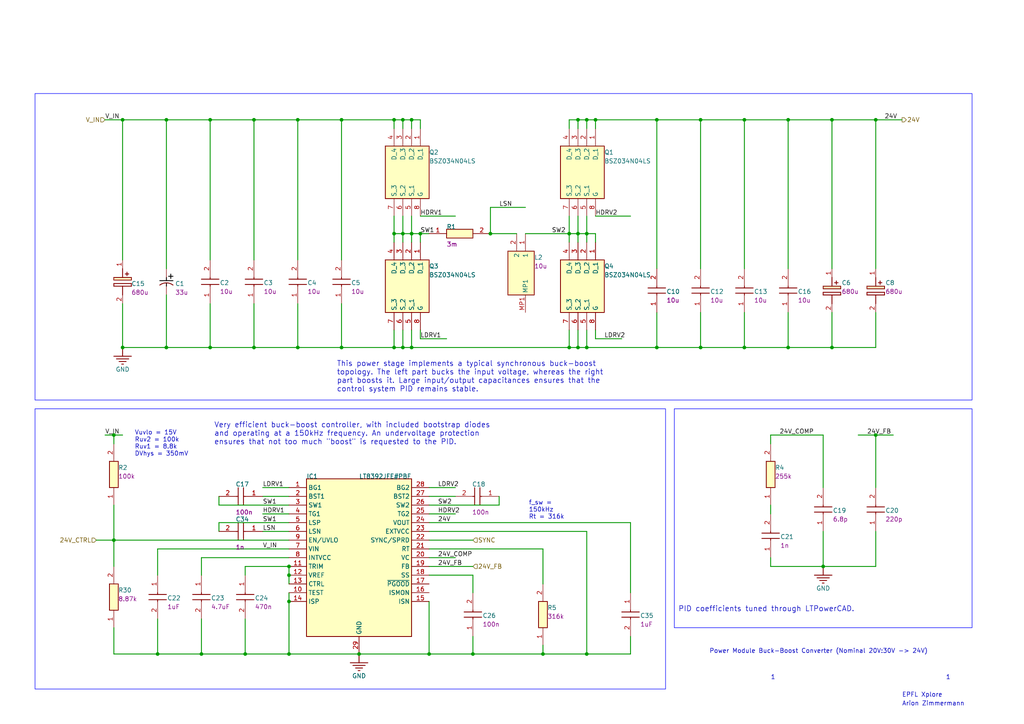
<source format=kicad_sch>
(kicad_sch (version 20230121) (generator eeschema)
  (paper "A4")
  (junction (at 190.5 100.7872))
  (junction (at 119.38 100.7872))
  (junction (at 215.9 34.7472))
  (junction (at 83.82 166.8272))
  (junction (at 48.26 100.7872))
  (junction (at 119.38 67.7672))
  (junction (at 73.66 34.7472))
  (junction (at 99.06 100.7872))
  (junction (at 119.38 34.7472))
  (junction (at 71.12 189.6872))
  (junction (at 203.2 34.7472))
  (junction (at 114.3 67.7672))
  (junction (at 241.3 34.7472))
  (junction (at 137.16 189.6872))
  (junction (at 116.84 67.7672))
  (junction (at 104.14 189.6872))
  (junction (at 114.3 100.7872))
  (junction (at 254 34.7472))
  (junction (at 203.2 100.7872))
  (junction (at 33.02 126.1872))
  (junction (at 73.66 100.7872))
  (junction (at 45.72 189.6872))
  (junction (at 228.6 34.7472))
  (junction (at 157.48 189.6872))
  (junction (at 48.26 34.7472))
  (junction (at 142.24 67.7672))
  (junction (at 167.64 67.7672))
  (junction (at 190.5 34.7472))
  (junction (at 121.92 67.7672))
  (junction (at 254 126.1872))
  (junction (at 167.64 100.7872))
  (junction (at 83.82 164.2872))
  (junction (at 116.84 34.7472))
  (junction (at 165.1 67.7672))
  (junction (at 170.18 34.7472))
  (junction (at 60.96 100.7872))
  (junction (at 35.56 100.7872))
  (junction (at 35.56 34.7472))
  (junction (at 172.72 34.7472))
  (junction (at 215.9 100.7872))
  (junction (at 170.18 189.6872))
  (junction (at 33.02 156.6672))
  (junction (at 228.6 100.7872))
  (junction (at 116.84 100.7872))
  (junction (at 167.64 34.7472))
  (junction (at 241.3 100.7872))
  (junction (at 124.46 189.6872))
  (junction (at 114.3 34.7472))
  (junction (at 60.96 34.7472))
  (junction (at 170.18 67.7672))
  (junction (at 170.18 100.7872))
  (junction (at 99.06 34.7472))
  (junction (at 86.36 34.7472))
  (junction (at 83.82 174.4472))
  (junction (at 238.76 164.2872))
  (junction (at 58.42 189.6872))
  (junction (at 165.1 100.7872))
  (junction (at 83.82 189.6872))
  (junction (at 86.36 100.7872))
  (wire (pts (xy 86.36 100.7872) (xy 99.06 100.7872)) (stroke (width 0.254)))
  (wire (pts (xy 83.82 171.9072) (xy 83.82 174.4472)) (stroke (width 0.254)))
  (wire (pts (xy 241.3 34.7472) (xy 254 34.7472)) (stroke (width 0.254)))
  (wire (pts (xy 71.12 189.6872) (xy 83.82 189.6872)) (stroke (width 0.254)))
  (wire (pts (xy 83.82 174.4472) (xy 83.82 189.6872)) (stroke (width 0.254)))
  (wire (pts (xy 167.64 100.7872) (xy 170.18 100.7872)) (stroke (width 0.254)))
  (wire (pts (xy 167.64 34.7472) (xy 170.18 34.7472)) (stroke (width 0.254)))
  (wire (pts (xy 119.38 67.7672) (xy 116.84 67.7672)) (stroke (width 0.254)))
  (wire (pts (xy 119.38 67.7672) (xy 121.92 67.7672)) (stroke (width 0.254)))
  (wire (pts (xy 254 126.1872) (xy 259.08 126.1872)) (stroke (width 0.254)))
  (wire (pts (xy 254 34.7472) (xy 261.62 34.7472)) (stroke (width 0.254)))
  (wire (pts (xy 27.94 156.6672) (xy 33.02 156.6672)) (stroke (width 0.254)))
  (wire (pts (xy 170.18 189.6872) (xy 170.18 154.1272)) (stroke (width 0.254)))
  (wire (pts (xy 238.76 126.1872) (xy 238.76 141.4272)) (stroke (width 0.254)))
  (wire (pts (xy 48.26 100.7872) (xy 60.96 100.7872)) (stroke (width 0.254)))
  (wire (pts (xy 116.84 67.7672) (xy 116.84 70.3072)) (stroke (width 0.254)))
  (wire (pts (xy 86.36 34.7472) (xy 86.36 75.3872)) (stroke (width 0.254)))
  (wire (pts (xy 121.92 67.7672) (xy 124.46 67.7672)) (stroke (width 0.254)))
  (wire (pts (xy 83.82 149.0472) (xy 76.2 149.0472)) (stroke (width 0.254)))
  (wire (pts (xy 71.12 179.5272) (xy 71.12 189.6872)) (stroke (width 0.254)))
  (wire (pts (xy 35.56 34.7472) (xy 48.26 34.7472)) (stroke (width 0.254)))
  (wire (pts (xy 48.26 77.9272) (xy 48.26 34.7472)) (stroke (width 0.254)))
  (wire (pts (xy 152.4 67.7672) (xy 165.1 67.7672)) (stroke (width 0.254)))
  (wire (pts (xy 58.42 189.6872) (xy 71.12 189.6872)) (stroke (width 0.254)))
  (wire (pts (xy 71.12 164.2872) (xy 83.82 164.2872)) (stroke (width 0.254)))
  (wire (pts (xy 124.46 151.5872) (xy 182.88 151.5872)) (stroke (width 0.254)))
  (wire (pts (xy 124.46 156.6672) (xy 137.16 156.6672)) (stroke (width 0.254)))
  (wire (pts (xy 254 126.1872) (xy 254 141.4272)) (stroke (width 0.254)))
  (wire (pts (xy 124.46 149.0472) (xy 132.08 149.0472)) (stroke (width 0.254)))
  (wire (pts (xy 33.02 182.0672) (xy 33.02 189.6872)) (stroke (width 0.254)))
  (wire (pts (xy 228.6 34.7472) (xy 241.3 34.7472)) (stroke (width 0.254)))
  (wire (pts (xy 223.52 126.1872) (xy 238.76 126.1872)) (stroke (width 0.254)))
  (wire (pts (xy 33.02 126.1872) (xy 33.02 128.7272)) (stroke (width 0.254)))
  (wire (pts (xy 45.72 179.5272) (xy 45.72 189.6872)) (stroke (width 0.254)))
  (wire (pts (xy 99.06 88.0872) (xy 99.06 100.7872)) (stroke (width 0.254)))
  (wire (pts (xy 215.9 34.7472) (xy 228.6 34.7472)) (stroke (width 0.254)))
  (wire (pts (xy 83.82 166.8272) (xy 83.82 169.3672)) (stroke (width 0.254)))
  (wire (pts (xy 83.82 151.5872) (xy 63.5 151.5872)) (stroke (width 0.254)))
  (wire (pts (xy 228.6 90.6272) (xy 228.6 100.7872)) (stroke (width 0.254)))
  (wire (pts (xy 63.5 143.9672) (xy 63.5 146.5072)) (stroke (width 0.254)))
  (wire (pts (xy 83.82 141.4272) (xy 76.2 141.4272)) (stroke (width 0.254)))
  (wire (pts (xy 165.1 37.2872) (xy 165.1 34.7472)) (stroke (width 0.254)))
  (wire (pts (xy 116.84 34.7472) (xy 116.84 37.2872)) (stroke (width 0.254)))
  (wire (pts (xy 170.18 154.1272) (xy 124.46 154.1272)) (stroke (width 0.254)))
  (wire (pts (xy 228.6 100.7872) (xy 241.3 100.7872)) (stroke (width 0.254)))
  (wire (pts (xy 124.46 174.4472) (xy 124.46 189.6872)) (stroke (width 0.254)))
  (wire (pts (xy 45.72 189.6872) (xy 58.42 189.6872)) (stroke (width 0.254)))
  (wire (pts (xy 114.3 34.7472) (xy 114.3 37.2872)) (stroke (width 0.254)))
  (wire (pts (xy 182.88 151.5872) (xy 182.88 171.9072)) (stroke (width 0.254)))
  (wire (pts (xy 167.64 70.3072) (xy 167.64 67.7672)) (stroke (width 0.254)))
  (wire (pts (xy 119.38 62.6872) (xy 119.38 67.7672)) (stroke (width 0.254)))
  (wire (pts (xy 124.46 189.6872) (xy 137.16 189.6872)) (stroke (width 0.254)))
  (wire (pts (xy 30.48 126.1872) (xy 33.02 126.1872)) (stroke (width 0.254)))
  (wire (pts (xy 33.02 156.6672) (xy 83.82 156.6672)) (stroke (width 0.254)))
  (wire (pts (xy 223.52 149.0472) (xy 223.52 146.5072)) (stroke (width 0.254)))
  (wire (pts (xy 172.72 34.7472) (xy 190.5 34.7472)) (stroke (width 0.254)))
  (wire (pts (xy 248.92 126.1872) (xy 254 126.1872)) (stroke (width 0.254)))
  (wire (pts (xy 58.42 161.7472) (xy 83.82 161.7472)) (stroke (width 0.254)))
  (wire (pts (xy 45.72 159.2072) (xy 83.82 159.2072)) (stroke (width 0.254)))
  (wire (pts (xy 119.38 95.7072) (xy 119.38 100.7872)) (stroke (width 0.254)))
  (wire (pts (xy 149.86 67.7672) (xy 142.24 67.7672)) (stroke (width 0.254)))
  (wire (pts (xy 167.64 95.7072) (xy 167.64 100.7872)) (stroke (width 0.254)))
  (wire (pts (xy 33.02 126.1872) (xy 35.56 126.1872)) (stroke (width 0.254)))
  (wire (pts (xy 170.18 34.7472) (xy 172.72 34.7472)) (stroke (width 0.254)))
  (wire (pts (xy 170.18 67.7672) (xy 170.18 62.6872)) (stroke (width 0.254)))
  (wire (pts (xy 58.42 166.8272) (xy 58.42 161.7472)) (stroke (width 0.254)))
  (wire (pts (xy 58.42 179.5272) (xy 58.42 189.6872)) (stroke (width 0.254)))
  (wire (pts (xy 121.92 67.7672) (xy 121.92 70.3072)) (stroke (width 0.254)))
  (wire (pts (xy 144.78 146.5072) (xy 144.78 143.9672)) (stroke (width 0.254)))
  (wire (pts (xy 48.26 34.7472) (xy 60.96 34.7472)) (stroke (width 0.254)))
  (wire (pts (xy 35.56 88.0872) (xy 35.56 100.7872)) (stroke (width 0.254)))
  (wire (pts (xy 165.1 95.7072) (xy 165.1 100.7872)) (stroke (width 0.254)))
  (wire (pts (xy 45.72 166.8272) (xy 45.72 159.2072)) (stroke (width 0.254)))
  (wire (pts (xy 241.3 100.7872) (xy 241.3 90.6272)) (stroke (width 0.254)))
  (wire (pts (xy 228.6 100.7872) (xy 215.9 100.7872)) (stroke (width 0.254)))
  (wire (pts (xy 190.5 100.7872) (xy 203.2 100.7872)) (stroke (width 0.254)))
  (wire (pts (xy 170.18 100.7872) (xy 170.18 95.7072)) (stroke (width 0.254)))
  (wire (pts (xy 254 100.7872) (xy 254 90.6272)) (stroke (width 0.254)))
  (wire (pts (xy 223.52 128.7272) (xy 223.52 126.1872)) (stroke (width 0.254)))
  (wire (pts (xy 157.48 187.1472) (xy 157.48 189.6872)) (stroke (width 0.254)))
  (wire (pts (xy 119.38 34.7472) (xy 116.84 34.7472)) (stroke (width 0.254)))
  (wire (pts (xy 124.46 164.2872) (xy 137.16 164.2872)) (stroke (width 0.254)))
  (wire (pts (xy 190.5 34.7472) (xy 203.2 34.7472)) (stroke (width 0.254)))
  (wire (pts (xy 60.96 88.0872) (xy 60.96 100.7872)) (stroke (width 0.254)))
  (wire (pts (xy 73.66 75.3872) (xy 73.66 34.7472)) (stroke (width 0.254)))
  (wire (pts (xy 116.84 95.7072) (xy 116.84 100.7872)) (stroke (width 0.254)))
  (wire (pts (xy 238.76 164.2872) (xy 223.52 164.2872)) (stroke (width 0.254)))
  (wire (pts (xy 114.3 67.7672) (xy 114.3 70.3072)) (stroke (width 0.254)))
  (wire (pts (xy 114.3 95.7072) (xy 114.3 100.7872)) (stroke (width 0.254)))
  (wire (pts (xy 119.38 34.7472) (xy 119.38 37.2872)) (stroke (width 0.254)))
  (wire (pts (xy 30.48 34.7472) (xy 35.56 34.7472)) (stroke (width 0.254)))
  (wire (pts (xy 76.2 143.9672) (xy 83.82 143.9672)) (stroke (width 0.254)))
  (wire (pts (xy 137.16 189.6872) (xy 137.16 184.6072)) (stroke (width 0.254)))
  (wire (pts (xy 124.46 159.2072) (xy 157.48 159.2072)) (stroke (width 0.254)))
  (wire (pts (xy 203.2 34.7472) (xy 215.9 34.7472)) (stroke (width 0.254)))
  (wire (pts (xy 114.3 100.7872) (xy 116.84 100.7872)) (stroke (width 0.254)))
  (wire (pts (xy 63.5 146.5072) (xy 83.82 146.5072)) (stroke (width 0.254)))
  (wire (pts (xy 121.92 34.7472) (xy 121.92 37.2872)) (stroke (width 0.254)))
  (wire (pts (xy 99.06 100.7872) (xy 114.3 100.7872)) (stroke (width 0.254)))
  (wire (pts (xy 119.38 70.3072) (xy 119.38 67.7672)) (stroke (width 0.254)))
  (wire (pts (xy 165.1 34.7472) (xy 167.64 34.7472)) (stroke (width 0.254)))
  (wire (pts (xy 114.3 34.7472) (xy 116.84 34.7472)) (stroke (width 0.254)))
  (wire (pts (xy 73.66 100.7872) (xy 86.36 100.7872)) (stroke (width 0.254)))
  (wire (pts (xy 48.26 85.5472) (xy 48.26 100.7872)) (stroke (width 0.254)))
  (wire (pts (xy 116.84 100.7872) (xy 119.38 100.7872)) (stroke (width 0.254)))
  (wire (pts (xy 215.9 77.9272) (xy 215.9 34.7472)) (stroke (width 0.254)))
  (wire (pts (xy 172.72 62.6872) (xy 182.88 62.6872)) (stroke (width 0.254)))
  (wire (pts (xy 215.9 100.7872) (xy 215.9 90.6272)) (stroke (width 0.254)))
  (wire (pts (xy 165.1 62.6872) (xy 165.1 67.7672)) (stroke (width 0.254)))
  (wire (pts (xy 190.5 100.7872) (xy 190.5 90.6272)) (stroke (width 0.254)))
  (wire (pts (xy 241.3 77.9272) (xy 241.3 34.7472)) (stroke (width 0.254)))
  (wire (pts (xy 119.38 34.7472) (xy 121.92 34.7472)) (stroke (width 0.254)))
  (wire (pts (xy 254 77.9272) (xy 254 34.7472)) (stroke (width 0.254)))
  (wire (pts (xy 165.1 67.7672) (xy 165.1 70.3072)) (stroke (width 0.254)))
  (wire (pts (xy 172.72 95.7072) (xy 172.72 98.2472)) (stroke (width 0.254)))
  (wire (pts (xy 114.3 62.6872) (xy 114.3 67.7672)) (stroke (width 0.254)))
  (wire (pts (xy 190.5 77.9272) (xy 190.5 34.7472)) (stroke (width 0.254)))
  (wire (pts (xy 203.2 100.7872) (xy 215.9 100.7872)) (stroke (width 0.254)))
  (wire (pts (xy 137.16 166.8272) (xy 137.16 171.9072)) (stroke (width 0.254)))
  (wire (pts (xy 83.82 189.6872) (xy 104.14 189.6872)) (stroke (width 0.254)))
  (wire (pts (xy 86.36 88.0872) (xy 86.36 100.7872)) (stroke (width 0.254)))
  (wire (pts (xy 124.46 146.5072) (xy 144.78 146.5072)) (stroke (width 0.254)))
  (wire (pts (xy 223.52 164.2872) (xy 223.52 161.7472)) (stroke (width 0.254)))
  (wire (pts (xy 73.66 34.7472) (xy 86.36 34.7472)) (stroke (width 0.254)))
  (wire (pts (xy 33.02 189.6872) (xy 45.72 189.6872)) (stroke (width 0.254)))
  (wire (pts (xy 33.02 164.2872) (xy 33.02 156.6672)) (stroke (width 0.254)))
  (wire (pts (xy 60.96 75.3872) (xy 60.96 34.7472)) (stroke (width 0.254)))
  (wire (pts (xy 71.12 166.8272) (xy 71.12 164.2872)) (stroke (width 0.254)))
  (wire (pts (xy 182.88 184.6072) (xy 182.88 189.6872)) (stroke (width 0.254)))
  (wire (pts (xy 165.1 67.7672) (xy 167.64 67.7672)) (stroke (width 0.254)))
  (wire (pts (xy 167.64 67.7672) (xy 170.18 67.7672)) (stroke (width 0.254)))
  (wire (pts (xy 254 164.2872) (xy 238.76 164.2872)) (stroke (width 0.254)))
  (wire (pts (xy 73.66 88.0872) (xy 73.66 100.7872)) (stroke (width 0.254)))
  (wire (pts (xy 172.72 34.7472) (xy 172.72 37.2872)) (stroke (width 0.254)))
  (wire (pts (xy 157.48 189.6872) (xy 170.18 189.6872)) (stroke (width 0.254)))
  (wire (pts (xy 121.92 95.7072) (xy 121.92 98.2472)) (stroke (width 0.254)))
  (wire (pts (xy 35.56 75.3872) (xy 35.56 34.7472)) (stroke (width 0.254)))
  (wire (pts (xy 165.1 100.7872) (xy 167.64 100.7872)) (stroke (width 0.254)))
  (wire (pts (xy 254 154.1272) (xy 254 164.2872)) (stroke (width 0.254)))
  (wire (pts (xy 60.96 34.7472) (xy 73.66 34.7472)) (stroke (width 0.254)))
  (wire (pts (xy 60.96 100.7872) (xy 73.66 100.7872)) (stroke (width 0.254)))
  (wire (pts (xy 99.06 34.7472) (xy 114.3 34.7472)) (stroke (width 0.254)))
  (wire (pts (xy 116.84 67.7672) (xy 116.84 62.6872)) (stroke (width 0.254)))
  (wire (pts (xy 63.5 151.5872) (xy 63.5 154.1272)) (stroke (width 0.254)))
  (wire (pts (xy 170.18 100.7872) (xy 190.5 100.7872)) (stroke (width 0.254)))
  (wire (pts (xy 170.18 34.7472) (xy 170.18 37.2872)) (stroke (width 0.254)))
  (wire (pts (xy 167.64 34.7472) (xy 167.64 37.2872)) (stroke (width 0.254)))
  (wire (pts (xy 228.6 34.7472) (xy 228.6 77.9272)) (stroke (width 0.254)))
  (wire (pts (xy 83.82 164.2872) (xy 83.82 166.8272)) (stroke (width 0.254)))
  (wire (pts (xy 116.84 67.7672) (xy 114.3 67.7672)) (stroke (width 0.254)))
  (wire (pts (xy 99.06 75.3872) (xy 99.06 34.7472)) (stroke (width 0.254)))
  (wire (pts (xy 182.88 189.6872) (xy 170.18 189.6872)) (stroke (width 0.254)))
  (wire (pts (xy 238.76 154.1272) (xy 238.76 164.2872)) (stroke (width 0.254)))
  (wire (pts (xy 35.56 100.7872) (xy 48.26 100.7872)) (stroke (width 0.254)))
  (wire (pts (xy 104.14 189.6872) (xy 124.46 189.6872)) (stroke (width 0.254)))
  (wire (pts (xy 142.24 60.1472) (xy 152.4 60.1472)) (stroke (width 0.254)))
  (wire (pts (xy 157.48 159.2072) (xy 157.48 169.3672)) (stroke (width 0.254)))
  (wire (pts (xy 170.18 67.7672) (xy 170.18 70.3072)) (stroke (width 0.254)))
  (wire (pts (xy 124.46 141.4272) (xy 132.08 141.4272)) (stroke (width 0.254)))
  (wire (pts (xy 121.92 62.6872) (xy 132.08 62.6872)) (stroke (width 0.254)))
  (wire (pts (xy 121.92 98.2472) (xy 129.54 98.2472)) (stroke (width 0.254)))
  (wire (pts (xy 124.46 161.7472) (xy 132.08 161.7472)) (stroke (width 0.254)))
  (wire (pts (xy 86.36 34.7472) (xy 99.06 34.7472)) (stroke (width 0.254)))
  (wire (pts (xy 170.18 67.7672) (xy 172.72 67.7672)) (stroke (width 0.254)))
  (wire (pts (xy 119.38 100.7872) (xy 165.1 100.7872)) (stroke (width 0.254)))
  (wire (pts (xy 203.2 100.7872) (xy 203.2 90.6272)) (stroke (width 0.254)))
  (wire (pts (xy 124.46 166.8272) (xy 137.16 166.8272)) (stroke (width 0.254)))
  (wire (pts (xy 172.72 98.2472) (xy 180.34 98.2472)) (stroke (width 0.254)))
  (wire (pts (xy 241.3 100.7872) (xy 254 100.7872)) (stroke (width 0.254)))
  (wire (pts (xy 172.72 67.7672) (xy 172.72 70.3072)) (stroke (width 0.254)))
  (wire (pts (xy 203.2 77.9272) (xy 203.2 34.7472)) (stroke (width 0.254)))
  (wire (pts (xy 142.24 67.7672) (xy 142.24 60.1472)) (stroke (width 0.254)))
  (wire (pts (xy 167.64 62.6872) (xy 167.64 67.7672)) (stroke (width 0.254)))
  (wire (pts (xy 124.46 143.9672) (xy 132.08 143.9672)) (stroke (width 0.254)))
  (wire (pts (xy 33.02 156.6672) (xy 33.02 146.5072)) (stroke (width 0.254)))
  (wire (pts (xy 137.16 189.6872) (xy 157.48 189.6872)) (stroke (width 0.254)))
  (wire (pts (xy 83.82 154.1272) (xy 76.2 154.1272)) (stroke (width 0.254)))
  (rectangle (start 281.94 27.1272) (end 10.16 116.0272) (stroke (width 0) (color 0 0 255 1)))
  (rectangle (start 193.04 118.5672) (end 10.16 199.8472) (stroke (width 0) (color 0 0 255 1)))
  (rectangle (start 281.94 118.5672) (end 195.58 182.0672) (stroke (width 0) (color 0 0 255 1)))
  (text_box "f_sw = 150kHz\nRt = 316k" (at 167.64 143.9672 0) (size -15.24 5.08) (stroke (width -0.0001) (color 0 0 0 1)) (fill (type color) (color 255 255 255 1)) (effects (font (size 1.27 1.27)) (justify left top)))
  (text_box "Vuvlo = 15V\nRuv2 = 100k\nRuv1 = 8.8k\nDVhys = 350mV" (at 55.88 123.6472 0) (size -17.78 10.16) (stroke (width -0.0001) (color 0 0 0 1)) (fill (type color) (color 255 255 255 1)) (effects (font (size 1.27 1.27)) (justify left top)))
  (text_box "PID coefficients tuned through LTPowerCAD." (at 281.94 174.4472 0) (size -86.36 7.62) (stroke (width -0.0001) (color 0 0 0 1)) (effects (font (size 1.524 1.524)) (justify left top)))
  (text_box "This power stage implements a typical synchronous buck-boost topology. The left part bucks the input voltage, whereas the right part boosts it. Large input/output capacitances ensures that the control system PID remains stable." (at 180.34 103.3272 0) (size -83.82 12.7) (stroke (width -0.0001) (color 0 0 0 1)) (effects (font (size 1.524 1.524)) (justify left top)))
  (text_box "Very efficient buck-boost controller, with included bootstrap diodes and operating at a 150kHz frequency. An undervoltage protection ensures that not too much \"boost\" is requested to the PID." (at 144.78 121.1072 0) (size -83.82 12.7) (stroke (width -0.0001) (color 0 0 0 1)) (effects (font (size 1.524 1.524)) (justify left top)))
  (text "Power Module Buck-Boost Converter (Nominal 20V:30V -> 24V)" (at 205.74 189.6872 0) (effects (font (size 1.27 1.27)) (justify left bottom)))
  (text "Arion Zimmermann" (at 261.62 204.9272 0) (effects (font (size 1.27 1.27)) (justify left bottom)))
  (text "1" (at 223.52 197.3072 0) (effects (font (size 1.27 1.27)) (justify left bottom)))
  (text "EPFL Xplore" (at 261.62 202.3872 0) (effects (font (size 1.27 1.27)) (justify left bottom)))
  (text "1" (at 274.32 197.3072 0) (effects (font (size 1.27 1.27)) (justify left bottom)))
  (label "V_IN" (at 30.48 34.7472 180))
  (label "V_IN" (at 76.2 159.2072 180))
  (label "SW1" (at 121.92 67.7672 180))
  (label "HDRV2" (at 127 149.0472 180))
  (label "LDRV1" (at 76.2 141.4272 180))
  (label "24V" (at 127 151.5872 180))
  (label "HDRV1" (at 121.92 62.6872 180))
  (label "LDRV1" (at 121.92 98.2472 180))
  (label "LSN" (at 76.2 154.1272 180))
  (label "LDRV2" (at 175.26 98.2472 180))
  (label "24V_COMP" (at 127 161.7472 180))
  (label "24V" (at 256.54 34.7472 180))
  (label "24V_FB" (at 127 164.2872 180))
  (label "SW1" (at 76.2 146.5072 180))
  (label "24V_COMP" (at 226.06 126.1872 180))
  (label "SW2" (at 127 146.5072 180))
  (label "HDRV1" (at 76.2 149.0472 180))
  (label "SW1" (at 76.2 151.5872 180))
  (label "V_IN" (at 30.48 126.1872 180))
  (label "HDRV2" (at 172.72 62.6872 180))
  (label "LDRV2" (at 127 141.4272 180))
  (label "SW2" (at 160.02 67.7672 180))
  (label "24V_FB" (at 251.46 126.1872 180))
  (label "LSN" (at 144.78 60.1472 180))
  (hierarchical_label "SYNC" (shape input) (at 137.16 156.6672 0))
  (hierarchical_label "24V_CTRL" (shape input) (at 27.94 156.6672 180))
  (hierarchical_label "24V" (shape output) (at 261.62 34.7472 0))
  (hierarchical_label "24V_FB" (shape input) (at 137.16 164.2872 0))
  (hierarchical_label "V_IN" (shape input) (at 30.48 34.7472 180))
  (symbol (lib_id "Converter-altium-import:root_1_CRCW0603100KFKEAC") (at 33.02 146.5072 0) (unit 1)
    (property "Reference" "R2" (at 34.29 136.3472 0) (effects (justify left bottom)))
    (property "Value" "CRCW0603100KJNEAC" (effects hide))
    (property "Footprint" "RESC1608X55N" (effects hide))
    (property "DATASHEET LINK" "https://www.mouser.com/datasheet/2/427/crcwce3-1223726.pdf" (effects hide))
    (property "HEIGHT" "0.55mm" (effects hide))
    (property "MANUFACTURER_NAME" "Vishay" (effects hide))
    (property "MANUFACTURER_PART_NUMBER" "CRCW0603100KFKEAC" (effects hide))
    (property "MOUSER PART NUMBER" "71-CRCW0603100KFKEAC" (effects hide))
    (property "MOUSER PRICE/STOCK" "https://www.mouser.co.uk/ProductDetail/Vishay-Dale/CRCW0603100KFKEAC?qs=E3Y5ESvWgWPxzfNYyMgX1w%3D%3D" (effects hide))
    (property "ARROW PART NUMBER" "CRCW0603100KFKEAC" (effects hide))
    (property "ARROW PRICE/STOCK" "https://www.arrow.com/en/products/crcw0603100kfkeac/vishay" (effects hide))
    (property "ALTIUM_VALUE" "100k" (at 34.29 138.8872 0) (effects (justify left bottom)))
    (property "SUPPLIER 1" "Mouser" (effects hide))
    (property "SUPPLIER PART NUMBER 1" "71-CRCW0603100KJNEAC" (effects hide))
  )
  (symbol (lib_id "Converter-altium-import:root_3_BSZ034N04LS") (at 121.92 37.2872 0) (unit 1)
    (property "Reference" "Q2" (at 124.46 44.9072 0) (effects (justify left bottom)))
    (property "Value" "BSZ034N04LS" (at 124.46 47.4472 0) (effects (justify left bottom)))
    (property "Footprint" "BSZ060NE2LS" (effects hide))
    (property "DATASHEET LINK" "https://www.infineon.com/dgdl/Infineon-BSZ034N04LS-DS-v02_01-EN.pdf?fileId=db3a304342371bb001424c3fe5bc7083" (effects hide))
    (property "MANUFACTURER_NAME" "Infineon" (effects hide))
    (property "MANUFACTURER_PART_NUMBER" "BSZ034N04LS" (effects hide))
    (property "MOUSER PART NUMBER" "726-BSZ034N04LS" (effects hide))
    (property "MOUSER PRICE/STOCK" "https://www.mouser.co.uk/ProductDetail/Infineon-Technologies/BSZ034N04LS?qs=y2kkmE52mdOs9jAiLVqcEw%3D%3D" (effects hide))
    (property "SUPPLIER 1" "Mouser" (effects hide))
    (property "SUPPLIER PART NUMBER 1" "726-BSZ034N04LS" (effects hide))
  )
  (symbol (lib_id "Converter-altium-import:root_1_CGA6P1X7R1N106M250AC") (at 86.36 88.0872 0) (unit 1)
    (property "Reference" "C4" (at 89.154 82.7532 0) (effects (justify left bottom)))
    (property "Value" "CGA6P1X7R1N106M250AC" (effects hide))
    (property "Footprint" "CAPC3225X280N" (effects hide))
    (property "DATASHEET LINK" "https://product.tdk.com/system/files/dam/doc/product/capacitor/ceramic/mlcc/catalog/mlcc_automotive_general_en.pdf" (effects hide))
    (property "HEIGHT" "2.8mm" (effects hide))
    (property "MANUFACTURER_NAME" "TDK" (effects hide))
    (property "MANUFACTURER_PART_NUMBER" "CGA6P1X7R1N106M250AC" (effects hide))
    (property "MOUSER PART NUMBER" "810-CGA6P1X7R1N106M" (effects hide))
    (property "MOUSER PRICE/STOCK" "https://www.mouser.co.uk/ProductDetail/TDK/CGA6P1X7R1N106M250AC?qs=gZXFycFWdANNyXbiENuK8Q%3D%3D" (effects hide))
    (property "ARROW PART NUMBER" "CGA6P1X7R1N106M250AC" (effects hide))
    (property "ARROW PRICE/STOCK" "https://www.arrow.com/en/products/cga6p1x7r1n106m250ac/tdk" (effects hide))
    (property "SUPPLIER 1" "Mouser" (effects hide))
    (property "SUPPLIER PART NUMBER 1" "810-CGA6P1X7R1N106M" (effects hide))
    (property "ALTIUM_VALUE" "10u" (at 89.154 85.2932 0) (effects (justify left bottom)))
  )
  (symbol (lib_id "Converter-altium-import:root_3_A750MW687M1VAAE018") (at 254 77.9272 0) (unit 1)
    (property "Reference" "C8" (at 256.794 82.7532 0) (effects (justify left bottom)))
    (property "Value" "A750MW687M1VAAE018" (effects hide))
    (property "Footprint" "CAPPRD500W65D1000H1800" (effects hide))
    (property "DATASHEET LINK" "https://www.kemet.com/specsheet/A750MW687M1VAAE018" (effects hide))
    (property "HEIGHT" "18mm" (effects hide))
    (property "MANUFACTURER_NAME" "Kemet" (effects hide))
    (property "MANUFACTURER_PART_NUMBER" "A750MW687M1VAAE018" (effects hide))
    (property "SUPPLIER 1" "Mouser" (effects hide))
    (property "SUPPLIER PART NUMBER 1" "80-A750MW687M1VAAE18" (effects hide))
    (property "ALTIUM_VALUE" "680u" (at 256.794 85.2932 0) (effects (justify left bottom)))
  )
  (symbol (lib_id "Converter-altium-import:root_1_CGA6P1X7R1N106M250AC") (at 203.2 90.6272 0) (unit 1)
    (property "Reference" "C12" (at 205.994 85.2932 0) (effects (justify left bottom)))
    (property "Value" "CGA6P1X7R1N106M250AC" (effects hide))
    (property "Footprint" "CAPC3225X280N" (effects hide))
    (property "DATASHEET LINK" "https://product.tdk.com/system/files/dam/doc/product/capacitor/ceramic/mlcc/catalog/mlcc_automotive_general_en.pdf" (effects hide))
    (property "HEIGHT" "2.8mm" (effects hide))
    (property "MANUFACTURER_NAME" "TDK" (effects hide))
    (property "MANUFACTURER_PART_NUMBER" "CGA6P1X7R1N106M250AC" (effects hide))
    (property "MOUSER PART NUMBER" "810-CGA6P1X7R1N106M" (effects hide))
    (property "MOUSER PRICE/STOCK" "https://www.mouser.co.uk/ProductDetail/TDK/CGA6P1X7R1N106M250AC?qs=gZXFycFWdANNyXbiENuK8Q%3D%3D" (effects hide))
    (property "ARROW PART NUMBER" "CGA6P1X7R1N106M250AC" (effects hide))
    (property "ARROW PRICE/STOCK" "https://www.arrow.com/en/products/cga6p1x7r1n106m250ac/tdk" (effects hide))
    (property "SUPPLIER 1" "Mouser" (effects hide))
    (property "SUPPLIER PART NUMBER 1" "810-CGA6P1X7R1N106M" (effects hide))
    (property "ALTIUM_VALUE" "10u" (at 205.994 87.8332 0) (effects (justify left bottom)))
  )
  (symbol (lib_id "Converter-altium-import:root_1_C0603C104K5RACTU") (at 137.16 184.6072 0) (unit 1)
    (property "Reference" "C26" (at 139.954 179.2732 0) (effects (justify left bottom)))
    (property "Value" "C0603C104K5RACTU" (effects hide))
    (property "Footprint" "CAPC1608X95N" (effects hide))
    (property "DATASHEET LINK" "http://www.farnell.com/datasheets/2205446.pdf" (effects hide))
    (property "HEIGHT" "0.95mm" (effects hide))
    (property "MANUFACTURER_NAME" "Kemet" (effects hide))
    (property "MANUFACTURER_PART_NUMBER" "C0603C104K5RACTU" (effects hide))
    (property "MOUSER PART NUMBER" "80-C0603C104K5R" (effects hide))
    (property "MOUSER PRICE/STOCK" "https://www.mouser.co.uk/ProductDetail/KEMET/C0603C104K5RACTU?qs=l5k%252BbMnNDkkVcnZPSAaaiQ%3D%3D" (effects hide))
    (property "ARROW PART NUMBER" "C0603C104K5RACTU" (effects hide))
    (property "ARROW PRICE/STOCK" "https://www.arrow.com/en/products/c0603c104k5ractu/kemet-corporation" (effects hide))
    (property "ALTIUM_VALUE" "100n" (at 139.954 181.8132 0) (effects (justify left bottom)))
    (property "SUPPLIER 1" "Mouser" (effects hide))
    (property "SUPPLIER PART NUMBER 1" "80-C0603C104K5R" (effects hide))
  )
  (symbol (lib_id "Converter-altium-import:root_1_CGA6P1X7R1N106M250AC") (at 60.96 88.0872 0) (unit 1)
    (property "Reference" "C2" (at 63.754 82.7532 0) (effects (justify left bottom)))
    (property "Value" "CGA6P1X7R1N106M250AC" (effects hide))
    (property "Footprint" "CAPC3225X280N" (effects hide))
    (property "DATASHEET LINK" "https://product.tdk.com/system/files/dam/doc/product/capacitor/ceramic/mlcc/catalog/mlcc_automotive_general_en.pdf" (effects hide))
    (property "HEIGHT" "2.8mm" (effects hide))
    (property "MANUFACTURER_NAME" "TDK" (effects hide))
    (property "MANUFACTURER_PART_NUMBER" "CGA6P1X7R1N106M250AC" (effects hide))
    (property "MOUSER PART NUMBER" "810-CGA6P1X7R1N106M" (effects hide))
    (property "MOUSER PRICE/STOCK" "https://www.mouser.co.uk/ProductDetail/TDK/CGA6P1X7R1N106M250AC?qs=gZXFycFWdANNyXbiENuK8Q%3D%3D" (effects hide))
    (property "ARROW PART NUMBER" "CGA6P1X7R1N106M250AC" (effects hide))
    (property "ARROW PRICE/STOCK" "https://www.arrow.com/en/products/cga6p1x7r1n106m250ac/tdk" (effects hide))
    (property "SUPPLIER 1" "Mouser" (effects hide))
    (property "SUPPLIER PART NUMBER 1" "810-CGA6P1X7R1N106M" (effects hide))
    (property "ALTIUM_VALUE" "10u" (at 63.754 85.2932 0) (effects (justify left bottom)))
  )
  (symbol (lib_id "Converter-altium-import:root_3_A750MW687M1VAAE018") (at 35.56 75.3872 0) (unit 1)
    (property "Reference" "C15" (at 38.1 83.0072 0) (effects (justify left bottom)))
    (property "Value" "A750MW687M1VAAE018" (effects hide))
    (property "Footprint" "C__Users_Arion_Documents_AltiumLL_SamacSys.PcbLib:CAPPRD500W65D1000H1800" (effects hide))
    (property "DATASHEET LINK" "https://www.kemet.com/specsheet/A750MW687M1VAAE018" (effects hide))
    (property "HEIGHT" "18mm" (effects hide))
    (property "MANUFACTURER_NAME" "Kemet" (effects hide))
    (property "MANUFACTURER_PART_NUMBER" "A750MW687M1VAAE018" (effects hide))
    (property "ALTIUM_VALUE" "680u" (at 38.1 85.5472 0) (effects (justify left bottom)))
  )
  (symbol (lib_id "Converter-altium-import:root_3_C1206C105M5RECTU") (at 45.72 166.8272 0) (unit 1)
    (property "Reference" "C22" (at 48.514 174.1932 0) (effects (justify left bottom)))
    (property "Value" "C1206C105M5RECTU" (effects hide))
    (property "Footprint" "CAPC3216X130N" (effects hide))
    (property "DATASHEET LINK" "https://content.kemet.com/datasheets/KEM_C1090_X7R_ESD.pdf" (effects hide))
    (property "HEIGHT" "1.3mm" (effects hide))
    (property "MANUFACTURER_NAME" "Kemet" (effects hide))
    (property "MANUFACTURER_PART_NUMBER" "C1206C105M5RECTU" (effects hide))
    (property "MOUSER PART NUMBER" "80-C1206C105M5RECTU" (effects hide))
    (property "MOUSER PRICE/STOCK" "https://www.mouser.co.uk/ProductDetail/KEMET/C1206C105M5RECTU?qs=55YtniHzbhBh39CxZCw85g%3D%3D" (effects hide))
    (property "ARROW PART NUMBER" "C1206C105M5RECTU" (effects hide))
    (property "ARROW PRICE/STOCK" "https://www.arrow.com/en/products/c1206c105m5rectu/kemet-corporation" (effects hide))
    (property "SUPPLIER 1" "Mouser" (effects hide))
    (property "SUPPLIER PART NUMBER 1" "80-C1206C105M5RECTU" (effects hide))
    (property "ALTIUM_VALUE" "1uF" (at 48.514 176.7332 0) (effects (justify left bottom)))
  )
  (symbol (lib_id "Converter-altium-import:root_3_BSZ034N04LS") (at 172.72 37.2872 0) (unit 1)
    (property "Reference" "Q1" (at 175.26 44.9072 0) (effects (justify left bottom)))
    (property "Value" "BSZ034N04LS" (at 175.26 47.4472 0) (effects (justify left bottom)))
    (property "Footprint" "BSZ060NE2LS" (effects hide))
    (property "DATASHEET LINK" "https://www.infineon.com/dgdl/Infineon-BSZ034N04LS-DS-v02_01-EN.pdf?fileId=db3a304342371bb001424c3fe5bc7083" (effects hide))
    (property "MANUFACTURER_NAME" "Infineon" (effects hide))
    (property "MANUFACTURER_PART_NUMBER" "BSZ034N04LS" (effects hide))
    (property "MOUSER PART NUMBER" "726-BSZ034N04LS" (effects hide))
    (property "MOUSER PRICE/STOCK" "https://www.mouser.co.uk/ProductDetail/Infineon-Technologies/BSZ034N04LS?qs=y2kkmE52mdOs9jAiLVqcEw%3D%3D" (effects hide))
    (property "SUPPLIER 1" "Mouser" (effects hide))
    (property "SUPPLIER PART NUMBER 1" "726-BSZ034N04LS" (effects hide))
  )
  (symbol (lib_id "Converter-altium-import:root_2_C0603C104K5RACTU") (at 144.78 143.9672 0) (unit 1)
    (property "Reference" "C18" (at 136.906 141.1732 0) (effects (justify left bottom)))
    (property "Value" "C0603C104K5RACTU" (effects hide))
    (property "Footprint" "CAPC1608X95N" (effects hide))
    (property "DATASHEET LINK" "http://www.farnell.com/datasheets/2205446.pdf" (effects hide))
    (property "HEIGHT" "0.95mm" (effects hide))
    (property "MANUFACTURER_NAME" "Kemet" (effects hide))
    (property "MANUFACTURER_PART_NUMBER" "C0603C104K5RACTU" (effects hide))
    (property "MOUSER PART NUMBER" "80-C0603C104K5R" (effects hide))
    (property "MOUSER PRICE/STOCK" "https://www.mouser.co.uk/ProductDetail/KEMET/C0603C104K5RACTU?qs=l5k%252BbMnNDkkVcnZPSAaaiQ%3D%3D" (effects hide))
    (property "ARROW PART NUMBER" "C0603C104K5RACTU" (effects hide))
    (property "ARROW PRICE/STOCK" "https://www.arrow.com/en/products/c0603c104k5ractu/kemet-corporation" (effects hide))
    (property "ALTIUM_VALUE" "100n" (at 136.906 149.3012 0) (effects (justify left bottom)))
    (property "SUPPLIER 1" "Mouser" (effects hide))
    (property "SUPPLIER PART NUMBER 1" "80-C0603C104K5R" (effects hide))
  )
  (symbol (lib_id "Converter-altium-import:root_3_BSZ034N04LS") (at 172.72 70.3072 0) (unit 1)
    (property "Reference" "Q4" (at 175.26 77.9272 0) (effects (justify left bottom)))
    (property "Value" "BSZ034N04LS" (at 175.26 80.4672 0) (effects (justify left bottom)))
    (property "Footprint" "BSZ060NE2LS" (effects hide))
    (property "DATASHEET LINK" "https://www.infineon.com/dgdl/Infineon-BSZ034N04LS-DS-v02_01-EN.pdf?fileId=db3a304342371bb001424c3fe5bc7083" (effects hide))
    (property "MANUFACTURER_NAME" "Infineon" (effects hide))
    (property "MANUFACTURER_PART_NUMBER" "BSZ034N04LS" (effects hide))
    (property "MOUSER PART NUMBER" "726-BSZ034N04LS" (effects hide))
    (property "MOUSER PRICE/STOCK" "https://www.mouser.co.uk/ProductDetail/Infineon-Technologies/BSZ034N04LS?qs=y2kkmE52mdOs9jAiLVqcEw%3D%3D" (effects hide))
    (property "SUPPLIER 1" "Mouser" (effects hide))
    (property "SUPPLIER PART NUMBER 1" "726-BSZ034N04LS" (effects hide))
  )
  (symbol (lib_id "Converter-altium-import:GND_Style4") (at 104.14 189.6872 0) (unit 1)
    (property "Reference" "#PWR?" (effects hide))
    (property "Value" "GND" (at 104.14 196.0372 0))
  )
  (symbol (lib_id "Converter-altium-import:root_1_CRCW0603316KFKTA") (at 157.48 187.1472 0) (unit 1)
    (property "Reference" "R5" (at 158.75 176.9872 0) (effects (justify left bottom)))
    (property "Value" "CRCW0603316KFKTA" (effects hide))
    (property "Footprint" "RESC1608X50N" (effects hide))
    (property "DATASHEET LINK" "http://www.vishay.com/docs/20035/dcrcwe3.pdf" (effects hide))
    (property "HEIGHT" "0.5mm" (effects hide))
    (property "MANUFACTURER_NAME" "Vishay" (effects hide))
    (property "MANUFACTURER_PART_NUMBER" "CRCW0603316KFKTA" (effects hide))
    (property "MOUSER PART NUMBER" "71-CRCW0603-316K" (effects hide))
    (property "MOUSER PRICE/STOCK" "https://www.mouser.co.uk/ProductDetail/Vishay-Dale/CRCW0603316KFKTA?qs=rSCQ%2F9oRLB67bniFfnYAjQ%3D%3D" (effects hide))
    (property "SUPPLIER 1" "Mouser" (effects hide))
    (property "SUPPLIER PART NUMBER 1" "71-CRCW0603-316K" (effects hide))
    (property "ALTIUM_VALUE" "316k" (at 158.75 179.5272 0) (effects (justify left bottom)))
  )
  (symbol (lib_id "Converter-altium-import:root_1_CGA6P1X7R1N106M250AC") (at 73.66 88.0872 0) (unit 1)
    (property "Reference" "C3" (at 76.454 82.7532 0) (effects (justify left bottom)))
    (property "Value" "CGA6P1X7R1N106M250AC" (effects hide))
    (property "Footprint" "CAPC3225X280N" (effects hide))
    (property "DATASHEET LINK" "https://product.tdk.com/system/files/dam/doc/product/capacitor/ceramic/mlcc/catalog/mlcc_automotive_general_en.pdf" (effects hide))
    (property "HEIGHT" "2.8mm" (effects hide))
    (property "MANUFACTURER_NAME" "TDK" (effects hide))
    (property "MANUFACTURER_PART_NUMBER" "CGA6P1X7R1N106M250AC" (effects hide))
    (property "MOUSER PART NUMBER" "810-CGA6P1X7R1N106M" (effects hide))
    (property "MOUSER PRICE/STOCK" "https://www.mouser.co.uk/ProductDetail/TDK/CGA6P1X7R1N106M250AC?qs=gZXFycFWdANNyXbiENuK8Q%3D%3D" (effects hide))
    (property "ARROW PART NUMBER" "CGA6P1X7R1N106M250AC" (effects hide))
    (property "ARROW PRICE/STOCK" "https://www.arrow.com/en/products/cga6p1x7r1n106m250ac/tdk" (effects hide))
    (property "SUPPLIER 1" "Mouser" (effects hide))
    (property "SUPPLIER PART NUMBER 1" "810-CGA6P1X7R1N106M" (effects hide))
    (property "ALTIUM_VALUE" "10u" (at 76.454 85.2932 0) (effects (justify left bottom)))
  )
  (symbol (lib_id "Converter-altium-import:root_1_CGA6P1X7R1N106M250AC") (at 99.06 88.0872 0) (unit 1)
    (property "Reference" "C5" (at 101.854 82.7532 0) (effects (justify left bottom)))
    (property "Value" "CGA6P1X7R1N106M250AC" (effects hide))
    (property "Footprint" "CAPC3225X280N" (effects hide))
    (property "DATASHEET LINK" "https://product.tdk.com/system/files/dam/doc/product/capacitor/ceramic/mlcc/catalog/mlcc_automotive_general_en.pdf" (effects hide))
    (property "HEIGHT" "2.8mm" (effects hide))
    (property "MANUFACTURER_NAME" "TDK" (effects hide))
    (property "MANUFACTURER_PART_NUMBER" "CGA6P1X7R1N106M250AC" (effects hide))
    (property "MOUSER PART NUMBER" "810-CGA6P1X7R1N106M" (effects hide))
    (property "MOUSER PRICE/STOCK" "https://www.mouser.co.uk/ProductDetail/TDK/CGA6P1X7R1N106M250AC?qs=gZXFycFWdANNyXbiENuK8Q%3D%3D" (effects hide))
    (property "ARROW PART NUMBER" "CGA6P1X7R1N106M250AC" (effects hide))
    (property "ARROW PRICE/STOCK" "https://www.arrow.com/en/products/cga6p1x7r1n106m250ac/tdk" (effects hide))
    (property "SUPPLIER 1" "Mouser" (effects hide))
    (property "SUPPLIER PART NUMBER 1" "810-CGA6P1X7R1N106M" (effects hide))
    (property "ALTIUM_VALUE" "10u" (at 101.854 85.2932 0) (effects (justify left bottom)))
  )
  (symbol (lib_id "Converter-altium-import:root_1_CRCW06038K87FKEA") (at 33.02 182.0672 0) (unit 1)
    (property "Reference" "R30" (at 34.29 171.9072 0) (effects (justify left bottom)))
    (property "Value" "CRCW06038K87FKTA" (effects hide))
    (property "Footprint" "RESC1608X50N" (effects hide))
    (property "DATASHEET LINK" "http://www.vishay.com/docs/20035/dcrcwe3.pdf" (effects hide))
    (property "HEIGHT" "0.5mm" (effects hide))
    (property "MANUFACTURER_NAME" "Vishay" (effects hide))
    (property "MANUFACTURER_PART_NUMBER" "CRCW06038K87FKEA" (effects hide))
    (property "MOUSER PART NUMBER" "71-CRCW0603-8.87K-E3" (effects hide))
    (property "MOUSER PRICE/STOCK" "https://www.mouser.co.uk/ProductDetail/Vishay-Dale/CRCW06038K87FKEA/?qs=CuWZN%2F5Vbiq36sz1Lp02wA%3D%3D" (effects hide))
    (property "ARROW PART NUMBER" "CRCW06038K87FKEA" (effects hide))
    (property "ARROW PRICE/STOCK" "https://www.arrow.com/en/products/crcw06038k87fkea/vishay" (effects hide))
    (property "ALTIUM_VALUE" "8.87k" (at 34.29 174.4472 0) (effects (justify left bottom)))
    (property "SUPPLIER 1" "Mouser" (effects hide))
    (property "SUPPLIER PART NUMBER 1" "71-CRCW0603-8.87K" (effects hide))
  )
  (symbol (lib_id "Converter-altium-import:root_3_C1206X475M5RACAUTO") (at 58.42 166.8272 0) (unit 1)
    (property "Reference" "C23" (at 61.214 174.1932 0) (effects (justify left bottom)))
    (property "Value" "C1206X475M5RACAUTO" (effects hide))
    (property "Footprint" "CAPC3316X195N" (effects hide))
    (property "DATASHEET LINK" "https://www.kemet.com/specsheet/C1206X475M5RACAUTO" (effects hide))
    (property "HEIGHT" "1.95mm" (effects hide))
    (property "MANUFACTURER_NAME" "Kemet" (effects hide))
    (property "MANUFACTURER_PART_NUMBER" "C1206X475M5RACAUTO" (effects hide))
    (property "MOUSER PART NUMBER" "80-C1206X475M5RAUTO" (effects hide))
    (property "MOUSER PRICE/STOCK" "https://www.mouser.co.uk/ProductDetail/KEMET/C1206X475M5RACAUTO?qs=%252B6g0mu59x7LXtOZABrHA3A%3D%3D" (effects hide))
    (property "SUPPLIER 1" "Mouser" (effects hide))
    (property "SUPPLIER PART NUMBER 1" "80-C1206X475M5RAUTO" (effects hide))
    (property "ALTIUM_VALUE" "4.7uF" (at 61.214 176.7332 0) (effects (justify left bottom)))
  )
  (symbol (lib_id "Converter-altium-import:root_1_CRCW0603316KFKTA") (at 223.52 146.5072 0) (unit 1)
    (property "Reference" "R4" (at 224.79 136.3472 0) (effects (justify left bottom)))
    (property "Value" "CRCW0603255KFKEAC" (effects hide))
    (property "Footprint" "RESC1608X50N" (effects hide))
    (property "DATASHEET LINK" "http://www.vishay.com/docs/20035/dcrcwe3.pdf" (effects hide))
    (property "HEIGHT" "0.5mm" (effects hide))
    (property "MANUFACTURER_NAME" "Vishay" (effects hide))
    (property "MANUFACTURER_PART_NUMBER" "CRCW0603316KFKTA" (effects hide))
    (property "MOUSER PART NUMBER" "71-CRCW0603-316K" (effects hide))
    (property "MOUSER PRICE/STOCK" "https://www.mouser.co.uk/ProductDetail/Vishay-Dale/CRCW0603316KFKTA?qs=rSCQ%2F9oRLB67bniFfnYAjQ%3D%3D" (effects hide))
    (property "ALTIUM_VALUE" "255k" (at 224.79 138.8872 0) (effects (justify left bottom)))
    (property "SUPPLIER 1" "Mouser" (effects hide))
    (property "SUPPLIER PART NUMBER 1" "71-CRCW0603255KFKEAC" (effects hide))
  )
  (symbol (lib_id "Converter-altium-import:root_1_C0603C104K5RACTU") (at 223.52 161.7472 0) (unit 1)
    (property "Reference" "C21" (at 226.314 156.4132 0) (effects (justify left bottom)))
    (property "Value" "C0603C102J5RACTU" (effects hide))
    (property "Footprint" "CAPC1608X95N" (effects hide))
    (property "DATASHEET LINK" "http://www.farnell.com/datasheets/2205446.pdf" (effects hide))
    (property "HEIGHT" "0.95mm" (effects hide))
    (property "MANUFACTURER_NAME" "Kemet" (effects hide))
    (property "MANUFACTURER_PART_NUMBER" "C0603C104K5RACTU" (effects hide))
    (property "MOUSER PART NUMBER" "80-C0603C104K5R" (effects hide))
    (property "MOUSER PRICE/STOCK" "https://www.mouser.co.uk/ProductDetail/KEMET/C0603C104K5RACTU?qs=l5k%252BbMnNDkkVcnZPSAaaiQ%3D%3D" (effects hide))
    (property "ARROW PART NUMBER" "C0603C104K5RACTU" (effects hide))
    (property "ARROW PRICE/STOCK" "https://www.arrow.com/en/products/c0603c104k5ractu/kemet-corporation" (effects hide))
    (property "ALTIUM_VALUE" "1n" (at 226.314 158.9532 0) (effects (justify left bottom)))
    (property "SUPPLIER 1" "Mouser" (effects hide))
    (property "SUPPLIER PART NUMBER 1" "80-C0603C102J5R" (effects hide))
  )
  (symbol (lib_id "Converter-altium-import:root_3_T598D336M035ATE065") (at 48.26 77.9272 0) (unit 1)
    (property "Reference" "C1" (at 50.8 83.0072 0) (effects (justify left bottom)))
    (property "Value" "T598D336M035ATE065" (effects hide))
    (property "Footprint" "CAPMP7.6X4.3_3.1N_KEM" (effects hide))
    (property "VENDOR" "Kemet" (effects hide))
    (property "MANUFACTURER_PART_NUMBER" "T598D336M035ATE065" (effects hide))
    (property "SOURCELIBRARY" "Kemet_2020-03-25_3" (effects hide))
    (property "BUILT_BY" "EMA_Frank" (effects hide))
    (property "SOURCE_LIBRARY" "Kemet_2020-03-25_3.xlr" (effects hide))
    (property "COPYRIGHT" "Copyright (C) 2018 Accelerated Designs. All rights reserved" (effects hide))
    (property "REFDES" "RefDes" (effects hide))
    (property "TYPE" "DEV" (effects hide))
    (property "SUPPLIER 1" "Mouser" (effects hide))
    (property "SUPPLIER PART NUMBER 1" "80-T598D336M35E65" (effects hide))
    (property "ALTIUM_VALUE" "33u" (at 50.8 85.5472 0) (effects (justify left bottom)))
  )
  (symbol (lib_id "Converter-altium-import:root_1_C0603C689C5GACTU") (at 238.76 154.1272 0) (unit 1)
    (property "Reference" "C19" (at 241.554 148.7932 0) (effects (justify left bottom)))
    (property "Value" "C0603C689C5GACTU" (effects hide))
    (property "Footprint" "CAPC1608X87N" (effects hide))
    (property "DATASHEET LINK" "https://datasheet.datasheetarchive.com/originals/distributors/SFDatasheet-4/sf-00083929.pdf" (effects hide))
    (property "HEIGHT" "0.87mm" (effects hide))
    (property "MANUFACTURER_NAME" "Kemet" (effects hide))
    (property "MANUFACTURER_PART_NUMBER" "C0603C689C5GACTU" (effects hide))
    (property "MOUSER PART NUMBER" "80-C0603C689C5G" (effects hide))
    (property "MOUSER PRICE/STOCK" "https://www.mouser.com/Search/Refine.aspx?Keyword=80-C0603C689C5G" (effects hide))
    (property "ARROW PART NUMBER" "C0603C689C5GACTU" (effects hide))
    (property "ARROW PRICE/STOCK" "https://www.arrow.com/en/products/c0603c689c5gactu/kemet-corporation" (effects hide))
    (property "SUPPLIER 1" "Mouser" (effects hide))
    (property "SUPPLIER PART NUMBER 1" "80-C0603C689C5G" (effects hide))
    (property "ALTIUM_VALUE" "6.8p" (at 241.554 151.3332 0) (effects (justify left bottom)))
  )
  (symbol (lib_id "Converter-altium-import:root_3_BSZ034N04LS") (at 121.92 70.3072 0) (unit 1)
    (property "Reference" "Q3" (at 124.46 77.9272 0) (effects (justify left bottom)))
    (property "Value" "BSZ034N04LS" (at 124.46 80.4672 0) (effects (justify left bottom)))
    (property "Footprint" "BSZ060NE2LS" (effects hide))
    (property "DATASHEET LINK" "https://www.infineon.com/dgdl/Infineon-BSZ034N04LS-DS-v02_01-EN.pdf?fileId=db3a304342371bb001424c3fe5bc7083" (effects hide))
    (property "MANUFACTURER_NAME" "Infineon" (effects hide))
    (property "MANUFACTURER_PART_NUMBER" "BSZ034N04LS" (effects hide))
    (property "MOUSER PART NUMBER" "726-BSZ034N04LS" (effects hide))
    (property "MOUSER PRICE/STOCK" "https://www.mouser.co.uk/ProductDetail/Infineon-Technologies/BSZ034N04LS?qs=y2kkmE52mdOs9jAiLVqcEw%3D%3D" (effects hide))
    (property "SUPPLIER 1" "Mouser" (effects hide))
    (property "SUPPLIER PART NUMBER 1" "726-BSZ034N04LS" (effects hide))
  )
  (symbol (lib_id "Converter-altium-import:root_3_A750MW687M1VAAE018") (at 241.3 77.9272 0) (unit 1)
    (property "Reference" "C6" (at 244.094 82.7532 0) (effects (justify left bottom)))
    (property "Value" "A750MW687M1VAAE018" (effects hide))
    (property "Footprint" "CAPPRD500W65D1000H1800" (effects hide))
    (property "DATASHEET LINK" "https://www.kemet.com/specsheet/A750MW687M1VAAE018" (effects hide))
    (property "HEIGHT" "18mm" (effects hide))
    (property "MANUFACTURER_NAME" "Kemet" (effects hide))
    (property "MANUFACTURER_PART_NUMBER" "A750MW687M1VAAE018" (effects hide))
    (property "SUPPLIER 1" "Mouser" (effects hide))
    (property "SUPPLIER PART NUMBER 1" "80-A750MW687M1VAAE18" (effects hide))
    (property "ALTIUM_VALUE" "680u" (at 244.094 85.2932 0) (effects (justify left bottom)))
  )
  (symbol (lib_id "Converter-altium-import:GND_Style4") (at 238.76 164.2872 0) (unit 1)
    (property "Reference" "#PWR?" (effects hide))
    (property "Value" "GND" (at 238.76 170.6372 0))
  )
  (symbol (lib_id "Converter-altium-import:root_0_LT8392JFE#PBF") (at 83.82 141.4272 0) (unit 1)
    (property "Reference" "IC1" (at 88.9 138.8872 0) (effects (justify left bottom)))
    (property "Value" "LT8392JFE#PBF" (at 104.14 138.8872 0) (effects (justify left bottom)))
    (property "Footprint" "SOP65P640X120-29N" (effects hide))
    (property "DATASHEET LINK" "https://www.mouser.co.uk/datasheet/2/609/lt8392-1921917.pdf" (effects hide))
    (property "HEIGHT" "1.2mm" (effects hide))
    (property "MANUFACTURER_NAME" "Analog Devices" (effects hide))
    (property "MANUFACTURER_PART_NUMBER" "LT8392JFE#PBF" (effects hide))
    (property "MOUSER PART NUMBER" "584-LT8392JFE#PBF" (effects hide))
    (property "MOUSER PRICE/STOCK" "https://www.mouser.co.uk/ProductDetail/Analog-Devices/LT8392JFEPBF?qs=zW32dvEIR3v19WKL6cpYug%3D%3D" (effects hide))
    (property "SUPPLIER 1" "Mouser" (effects hide))
    (property "SUPPLIER PART NUMBER 1" "584-LT8392JFE#PBF" (effects hide))
  )
  (symbol (lib_id "Converter-altium-import:root_3_PQ2614BHA-100K") (at 152.4 67.7672 0) (unit 1)
    (property "Reference" "L2" (at 154.94 75.3872 0) (effects (justify left bottom)))
    (property "Value" "PQ2614BHA-100K" (effects hide))
    (property "Footprint" "__files7_data_alzimmer_My Documents_4. Power supply_LVPowerModule_LVPowerModule.PcbLib:PQ2614BLA1R0K" (effects hide))
    (property "DATASHEET LINK" "https://www.bourns.com/docs/Product-Datasheets/PQ2614.pdf" (effects hide))
    (property "HEIGHT" "16mm" (effects hide))
    (property "MANUFACTURER_NAME" "Bourns" (effects hide))
    (property "MANUFACTURER_PART_NUMBER" "PQ2614BHA-100K" (effects hide))
    (property "MOUSER PART NUMBER" "652-PQ2614BHA-100K" (effects hide))
    (property "MOUSER PRICE/STOCK" "https://www.mouser.co.uk/ProductDetail/Bourns/PQ2614BHA-100K?qs=1mbolxNpo8cus7p6tzCJzA%3D%3D" (effects hide))
    (property "ARROW PART NUMBER" "PQ2614BHA-100K" (effects hide))
    (property "ARROW PRICE/STOCK" "https://www.arrow.com/en/products/pq2614bha-100k/bourns?region=nac" (effects hide))
    (property "SUPPLIER 1" "Mouser" (effects hide))
    (property "SUPPLIER PART NUMBER 1" "652-PQ2614BHA-100K" (effects hide))
    (property "ALTIUM_VALUE" "10u" (at 154.94 77.9272 0) (effects (justify left bottom)))
  )
  (symbol (lib_id "Converter-altium-import:root_2_C0603C104K5RACTU") (at 76.2 154.1272 0) (unit 1)
    (property "Reference" "C34" (at 68.326 151.3332 0) (effects (justify left bottom)))
    (property "Value" "C0603C102J5RACTU" (effects hide))
    (property "Footprint" "CAPC1608X95N" (effects hide))
    (property "DATASHEET LINK" "http://www.farnell.com/datasheets/2205446.pdf" (effects hide))
    (property "HEIGHT" "0.95mm" (effects hide))
    (property "MANUFACTURER_NAME" "Kemet" (effects hide))
    (property "MANUFACTURER_PART_NUMBER" "C0603C104K5RACTU" (effects hide))
    (property "MOUSER PART NUMBER" "80-C0603C104K5R" (effects hide))
    (property "MOUSER PRICE/STOCK" "https://www.mouser.co.uk/ProductDetail/KEMET/C0603C104K5RACTU?qs=l5k%252BbMnNDkkVcnZPSAaaiQ%3D%3D" (effects hide))
    (property "ARROW PART NUMBER" "C0603C104K5RACTU" (effects hide))
    (property "ARROW PRICE/STOCK" "https://www.arrow.com/en/products/c0603c104k5ractu/kemet-corporation" (effects hide))
    (property "ALTIUM_VALUE" "1n" (at 68.326 159.4612 0) (effects (justify left bottom)))
    (property "SUPPLIER 1" "Mouser" (effects hide))
    (property "SUPPLIER PART NUMBER 1" "80-C0603C102J5R" (effects hide))
  )
  (symbol (lib_id "Converter-altium-import:root_1_CGA6P1X7R1N106M250AC") (at 228.6 90.6272 0) (unit 1)
    (property "Reference" "C16" (at 231.394 85.2932 0) (effects (justify left bottom)))
    (property "Value" "CGA6P1X7R1N106M250AC" (effects hide))
    (property "Footprint" "CAPC3225X280N" (effects hide))
    (property "DATASHEET LINK" "https://product.tdk.com/system/files/dam/doc/product/capacitor/ceramic/mlcc/catalog/mlcc_automotive_general_en.pdf" (effects hide))
    (property "HEIGHT" "2.8mm" (effects hide))
    (property "MANUFACTURER_NAME" "TDK" (effects hide))
    (property "MANUFACTURER_PART_NUMBER" "CGA6P1X7R1N106M250AC" (effects hide))
    (property "MOUSER PART NUMBER" "810-CGA6P1X7R1N106M" (effects hide))
    (property "MOUSER PRICE/STOCK" "https://www.mouser.co.uk/ProductDetail/TDK/CGA6P1X7R1N106M250AC?qs=gZXFycFWdANNyXbiENuK8Q%3D%3D" (effects hide))
    (property "ARROW PART NUMBER" "CGA6P1X7R1N106M250AC" (effects hide))
    (property "ARROW PRICE/STOCK" "https://www.arrow.com/en/products/cga6p1x7r1n106m250ac/tdk" (effects hide))
    (property "SUPPLIER 1" "Mouser" (effects hide))
    (property "SUPPLIER PART NUMBER 1" "810-CGA6P1X7R1N106M" (effects hide))
    (property "ALTIUM_VALUE" "10u" (at 231.394 87.8332 0) (effects (justify left bottom)))
  )
  (symbol (lib_id "Converter-altium-import:root_3_C1206C105M5RECTU") (at 182.88 171.9072 0) (unit 1)
    (property "Reference" "C35" (at 185.674 179.2732 0) (effects (justify left bottom)))
    (property "Value" "C1206C105M5RECTU" (effects hide))
    (property "Footprint" "CAPC3216X130N" (effects hide))
    (property "DATASHEET LINK" "https://content.kemet.com/datasheets/KEM_C1090_X7R_ESD.pdf" (effects hide))
    (property "HEIGHT" "1.3mm" (effects hide))
    (property "MANUFACTURER_NAME" "Kemet" (effects hide))
    (property "MANUFACTURER_PART_NUMBER" "C1206C105M5RECTU" (effects hide))
    (property "MOUSER PART NUMBER" "80-C1206C105M5RECTU" (effects hide))
    (property "MOUSER PRICE/STOCK" "https://www.mouser.co.uk/ProductDetail/KEMET/C1206C105M5RECTU?qs=55YtniHzbhBh39CxZCw85g%3D%3D" (effects hide))
    (property "ARROW PART NUMBER" "C1206C105M5RECTU" (effects hide))
    (property "ARROW PRICE/STOCK" "https://www.arrow.com/en/products/c1206c105m5rectu/kemet-corporation" (effects hide))
    (property "SUPPLIER 1" "Mouser" (effects hide))
    (property "SUPPLIER PART NUMBER 1" "80-C1206C105M5RECTU" (effects hide))
    (property "ALTIUM_VALUE" "1uF" (at 185.674 181.8132 0) (effects (justify left bottom)))
  )
  (symbol (lib_id "Converter-altium-import:root_1_C0603C221K5RACTU") (at 254 154.1272 0) (unit 1)
    (property "Reference" "C20" (at 256.794 148.7932 0) (effects (justify left bottom)))
    (property "Value" "C0603C221K5RACTU" (effects hide))
    (property "Footprint" "CAPC1608X87N" (effects hide))
    (property "DATASHEET LINK" "https://componentsearchengine.com/Datasheets/2/C0603C221K5RACTU.pdf" (effects hide))
    (property "HEIGHT" "0.87mm" (effects hide))
    (property "MANUFACTURER_NAME" "Kemet" (effects hide))
    (property "MANUFACTURER_PART_NUMBER" "C0603C221K5RACTU" (effects hide))
    (property "MOUSER PART NUMBER" "80-C0603C221K5R" (effects hide))
    (property "MOUSER PRICE/STOCK" "https://www.mouser.co.uk/ProductDetail/KEMET/C0603C221K5RACTU?qs=mvqbjrnDhCzYtgiRXquOuQ%3D%3D" (effects hide))
    (property "ARROW PART NUMBER" "C0603C221K5RACTU" (effects hide))
    (property "ARROW PRICE/STOCK" "https://www.arrow.com/en/products/c0603c221k5ractu/kemet-corporation" (effects hide))
    (property "ALTIUM_VALUE" "220p" (at 256.794 151.3332 0) (effects (justify left bottom)))
    (property "SUPPLIER 1" "Mouser" (effects hide))
    (property "SUPPLIER PART NUMBER 1" "80-C0603C221K5R" (effects hide))
  )
  (symbol (lib_id "Converter-altium-import:root_3_C0603C474K4PACTU") (at 71.12 166.8272 0) (unit 1)
    (property "Reference" "C24" (at 73.914 174.1932 0) (effects (justify left bottom)))
    (property "Value" "C0603C474K4PACTU" (effects hide))
    (property "Footprint" "CAPC1608X90N" (effects hide))
    (property "DATASHEET LINK" "https://www.kemet.com/specsheet/C0603C474K4PACTU" (effects hide))
    (property "HEIGHT" "0.9mm" (effects hide))
    (property "MANUFACTURER_NAME" "Kemet" (effects hide))
    (property "MANUFACTURER_PART_NUMBER" "C0603C474K4PACTU" (effects hide))
    (property "MOUSER PART NUMBER" "80-C0603C474K4P" (effects hide))
    (property "MOUSER PRICE/STOCK" "https://www.mouser.co.uk/ProductDetail/KEMET/C0603C474K4PACTU?qs=IOSO19fP00rNDeTfy1w%2Frw%3D%3D" (effects hide))
    (property "ARROW PART NUMBER" "C0603C474K4PACTU" (effects hide))
    (property "ARROW PRICE/STOCK" "https://www.arrow.com/en/products/c0603c474k4pactu/kemet-corporation?region=nac" (effects hide))
    (property "SUPPLIER 1" "Mouser" (effects hide))
    (property "SUPPLIER PART NUMBER 1" "80-C0603C474K4P" (effects hide))
    (property "ALTIUM_VALUE" "470n" (at 73.914 176.7332 0) (effects (justify left bottom)))
  )
  (symbol (lib_id "Converter-altium-import:root_1_CGA6P1X7R1N106M250AC") (at 215.9 90.6272 0) (unit 1)
    (property "Reference" "C13" (at 218.694 85.2932 0) (effects (justify left bottom)))
    (property "Value" "CGA6P1X7R1N106M250AC" (effects hide))
    (property "Footprint" "CAPC3225X280N" (effects hide))
    (property "DATASHEET LINK" "https://product.tdk.com/system/files/dam/doc/product/capacitor/ceramic/mlcc/catalog/mlcc_automotive_general_en.pdf" (effects hide))
    (property "HEIGHT" "2.8mm" (effects hide))
    (property "MANUFACTURER_NAME" "TDK" (effects hide))
    (property "MANUFACTURER_PART_NUMBER" "CGA6P1X7R1N106M250AC" (effects hide))
    (property "MOUSER PART NUMBER" "810-CGA6P1X7R1N106M" (effects hide))
    (property "MOUSER PRICE/STOCK" "https://www.mouser.co.uk/ProductDetail/TDK/CGA6P1X7R1N106M250AC?qs=gZXFycFWdANNyXbiENuK8Q%3D%3D" (effects hide))
    (property "ARROW PART NUMBER" "CGA6P1X7R1N106M250AC" (effects hide))
    (property "ARROW PRICE/STOCK" "https://www.arrow.com/en/products/cga6p1x7r1n106m250ac/tdk" (effects hide))
    (property "SUPPLIER 1" "Mouser" (effects hide))
    (property "SUPPLIER PART NUMBER 1" "810-CGA6P1X7R1N106M" (effects hide))
    (property "ALTIUM_VALUE" "10u" (at 218.694 87.8332 0) (effects (justify left bottom)))
  )
  (symbol (lib_id "Converter-altium-import:GND_Style4") (at 35.56 100.7872 0) (unit 1)
    (property "Reference" "#PWR?" (effects hide))
    (property "Value" "GND" (at 35.56 107.1372 0))
  )
  (symbol (lib_id "Converter-altium-import:root_0_PCS1206FR0030ET") (at 124.46 67.7672 0) (unit 1)
    (property "Reference" "R1" (at 129.54 66.4972 0) (effects (justify left bottom)))
    (property "Value" "PCS1206FR0030ET" (effects hide))
    (property "Footprint" "RESC3216X68N" (effects hide))
    (property "DATASHEET LINK" "https://componentsearchengine.com/Datasheets/2/PCS1206FR0030ET.pdf" (effects hide))
    (property "HEIGHT" "0.684mm" (effects hide))
    (property "MANUFACTURER_NAME" "Ohmite" (effects hide))
    (property "MANUFACTURER_PART_NUMBER" "PCS1206FR0030ET" (effects hide))
    (property "MOUSER PART NUMBER" "588-PCS1206FR0030ET" (effects hide))
    (property "MOUSER PRICE/STOCK" "https://www.mouser.co.uk/ProductDetail/Ohmite/PCS1206FR0030ET?qs=Zz7%252BYVVL6bGHVp6IC0W8ig%3D%3D" (effects hide))
    (property "ALTIUM_VALUE" "3m" (at 129.54 71.5772 0) (effects (justify left bottom)))
    (property "SUPPLIER 1" "Mouser" (effects hide))
    (property "SUPPLIER PART NUMBER 1" "588-PCS1206FR0030ET" (effects hide))
  )
  (symbol (lib_id "Converter-altium-import:root_1_CGA6P1X7R1N106M250AC") (at 190.5 90.6272 0) (unit 1)
    (property "Reference" "C10" (at 193.294 85.2932 0) (effects (justify left bottom)))
    (property "Value" "CGA6P1X7R1N106M250AC" (effects hide))
    (property "Footprint" "CAPC3225X280N" (effects hide))
    (property "DATASHEET LINK" "https://product.tdk.com/system/files/dam/doc/product/capacitor/ceramic/mlcc/catalog/mlcc_automotive_general_en.pdf" (effects hide))
    (property "HEIGHT" "2.8mm" (effects hide))
    (property "MANUFACTURER_NAME" "TDK" (effects hide))
    (property "MANUFACTURER_PART_NUMBER" "CGA6P1X7R1N106M250AC" (effects hide))
    (property "MOUSER PART NUMBER" "810-CGA6P1X7R1N106M" (effects hide))
    (property "MOUSER PRICE/STOCK" "https://www.mouser.co.uk/ProductDetail/TDK/CGA6P1X7R1N106M250AC?qs=gZXFycFWdANNyXbiENuK8Q%3D%3D" (effects hide))
    (property "ARROW PART NUMBER" "CGA6P1X7R1N106M250AC" (effects hide))
    (property "ARROW PRICE/STOCK" "https://www.arrow.com/en/products/cga6p1x7r1n106m250ac/tdk" (effects hide))
    (property "SUPPLIER 1" "Mouser" (effects hide))
    (property "SUPPLIER PART NUMBER 1" "810-CGA6P1X7R1N106M" (effects hide))
    (property "ALTIUM_VALUE" "10u" (at 193.294 87.8332 0) (effects (justify left bottom)))
  )
  (symbol (lib_id "Converter-altium-import:root_2_C0603C104K5RACTU") (at 76.2 143.9672 0) (unit 1)
    (property "Reference" "C17" (at 68.326 141.1732 0) (effects (justify left bottom)))
    (property "Value" "C0603C104K5RACTU" (effects hide))
    (property "Footprint" "CAPC1608X95N" (effects hide))
    (property "DATASHEET LINK" "http://www.farnell.com/datasheets/2205446.pdf" (effects hide))
    (property "HEIGHT" "0.95mm" (effects hide))
    (property "MANUFACTURER_NAME" "Kemet" (effects hide))
    (property "MANUFACTURER_PART_NUMBER" "C0603C104K5RACTU" (effects hide))
    (property "MOUSER PART NUMBER" "80-C0603C104K5R" (effects hide))
    (property "MOUSER PRICE/STOCK" "https://www.mouser.co.uk/ProductDetail/KEMET/C0603C104K5RACTU?qs=l5k%252BbMnNDkkVcnZPSAaaiQ%3D%3D" (effects hide))
    (property "ARROW PART NUMBER" "C0603C104K5RACTU" (effects hide))
    (property "ARROW PRICE/STOCK" "https://www.arrow.com/en/products/c0603c104k5ractu/kemet-corporation" (effects hide))
    (property "ALTIUM_VALUE" "100n" (at 68.326 149.3012 0) (effects (justify left bottom)))
    (property "SUPPLIER 1" "Mouser" (effects hide))
    (property "SUPPLIER PART NUMBER 1" "80-C0603C104K5R" (effects hide))
  )
)
</source>
